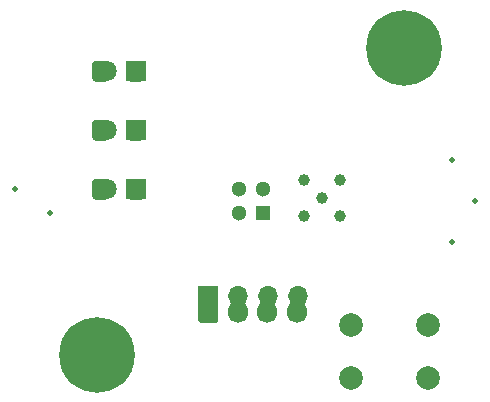
<source format=gbr>
%TF.GenerationSoftware,KiCad,Pcbnew,(5.1.9-0-10_14)*%
%TF.CreationDate,2021-04-13T18:23:37+01:00*%
%TF.ProjectId,PN532,504e3533-322e-46b6-9963-61645f706362,rev?*%
%TF.SameCoordinates,Original*%
%TF.FileFunction,Soldermask,Bot*%
%TF.FilePolarity,Negative*%
%FSLAX46Y46*%
G04 Gerber Fmt 4.6, Leading zero omitted, Abs format (unit mm)*
G04 Created by KiCad (PCBNEW (5.1.9-0-10_14)) date 2021-04-13 18:23:37*
%MOMM*%
%LPD*%
G01*
G04 APERTURE LIST*
%ADD10C,0.500000*%
%ADD11C,0.800000*%
%ADD12C,6.400000*%
%ADD13C,1.800000*%
%ADD14R,1.800000X1.800000*%
%ADD15C,2.000000*%
%ADD16C,1.000000*%
%ADD17C,1.300000*%
%ADD18R,1.300000X1.300000*%
%ADD19O,1.700000X1.850000*%
%ADD20O,1.700000X1.700000*%
%ADD21R,1.700000X1.700000*%
G04 APERTURE END LIST*
D10*
%TO.C,A1*%
X101000000Y-78000000D03*
X104000000Y-80000000D03*
X138000000Y-75500000D03*
X138000000Y-82500000D03*
X140000000Y-79000000D03*
%TD*%
D11*
%TO.C,H2*%
X109697056Y-90302944D03*
X108000000Y-89600000D03*
X106302944Y-90302944D03*
X105600000Y-92000000D03*
X106302944Y-93697056D03*
X108000000Y-94400000D03*
X109697056Y-93697056D03*
X110400000Y-92000000D03*
D12*
X108000000Y-92000000D03*
%TD*%
D11*
%TO.C,H1*%
X135697056Y-64302944D03*
X134000000Y-63600000D03*
X132302944Y-64302944D03*
X131600000Y-66000000D03*
X132302944Y-67697056D03*
X134000000Y-68400000D03*
X135697056Y-67697056D03*
X136400000Y-66000000D03*
D12*
X134000000Y-66000000D03*
%TD*%
%TO.C,D3*%
G36*
G01*
X108995000Y-77374374D02*
X108995000Y-78625626D01*
G75*
G02*
X108745626Y-78875000I-249374J0D01*
G01*
X107819374Y-78875000D01*
G75*
G02*
X107570000Y-78625626I0J249374D01*
G01*
X107570000Y-77374374D01*
G75*
G02*
X107819374Y-77125000I249374J0D01*
G01*
X108745626Y-77125000D01*
G75*
G02*
X108995000Y-77374374I0J-249374D01*
G01*
G37*
G36*
G01*
X111970000Y-77374374D02*
X111970000Y-78625626D01*
G75*
G02*
X111720626Y-78875000I-249374J0D01*
G01*
X110794374Y-78875000D01*
G75*
G02*
X110545000Y-78625626I0J249374D01*
G01*
X110545000Y-77374374D01*
G75*
G02*
X110794374Y-77125000I249374J0D01*
G01*
X111720626Y-77125000D01*
G75*
G02*
X111970000Y-77374374I0J-249374D01*
G01*
G37*
D13*
X108730000Y-78000000D03*
D14*
X111270000Y-78000000D03*
%TD*%
%TO.C,D2*%
G36*
G01*
X108995000Y-72374374D02*
X108995000Y-73625626D01*
G75*
G02*
X108745626Y-73875000I-249374J0D01*
G01*
X107819374Y-73875000D01*
G75*
G02*
X107570000Y-73625626I0J249374D01*
G01*
X107570000Y-72374374D01*
G75*
G02*
X107819374Y-72125000I249374J0D01*
G01*
X108745626Y-72125000D01*
G75*
G02*
X108995000Y-72374374I0J-249374D01*
G01*
G37*
G36*
G01*
X111970000Y-72374374D02*
X111970000Y-73625626D01*
G75*
G02*
X111720626Y-73875000I-249374J0D01*
G01*
X110794374Y-73875000D01*
G75*
G02*
X110545000Y-73625626I0J249374D01*
G01*
X110545000Y-72374374D01*
G75*
G02*
X110794374Y-72125000I249374J0D01*
G01*
X111720626Y-72125000D01*
G75*
G02*
X111970000Y-72374374I0J-249374D01*
G01*
G37*
D13*
X108730000Y-73000000D03*
D14*
X111270000Y-73000000D03*
%TD*%
%TO.C,D1*%
G36*
G01*
X108995000Y-67374374D02*
X108995000Y-68625626D01*
G75*
G02*
X108745626Y-68875000I-249374J0D01*
G01*
X107819374Y-68875000D01*
G75*
G02*
X107570000Y-68625626I0J249374D01*
G01*
X107570000Y-67374374D01*
G75*
G02*
X107819374Y-67125000I249374J0D01*
G01*
X108745626Y-67125000D01*
G75*
G02*
X108995000Y-67374374I0J-249374D01*
G01*
G37*
G36*
G01*
X111970000Y-67374374D02*
X111970000Y-68625626D01*
G75*
G02*
X111720626Y-68875000I-249374J0D01*
G01*
X110794374Y-68875000D01*
G75*
G02*
X110545000Y-68625626I0J249374D01*
G01*
X110545000Y-67374374D01*
G75*
G02*
X110794374Y-67125000I249374J0D01*
G01*
X111720626Y-67125000D01*
G75*
G02*
X111970000Y-67374374I0J-249374D01*
G01*
G37*
D13*
X108730000Y-68000000D03*
D14*
X111270000Y-68000000D03*
%TD*%
D15*
%TO.C,SW1*%
X129500000Y-94000000D03*
X129500000Y-89500000D03*
X136000000Y-94000000D03*
X136000000Y-89500000D03*
%TD*%
D16*
%TO.C,U1*%
X127025000Y-78725000D03*
X128525000Y-77225000D03*
X125525000Y-77225000D03*
X125525000Y-80225000D03*
X128525000Y-80225000D03*
%TD*%
D17*
%TO.C,J3*%
X120000000Y-78000000D03*
X122000000Y-78000000D03*
X120000000Y-80000000D03*
D18*
X122000000Y-80000000D03*
%TD*%
D19*
%TO.C,J2*%
X124900000Y-88400000D03*
X122400000Y-88400000D03*
X119900000Y-88400000D03*
G36*
G01*
X116550000Y-89075000D02*
X116550000Y-87725000D01*
G75*
G02*
X116800000Y-87475000I250000J0D01*
G01*
X118000000Y-87475000D01*
G75*
G02*
X118250000Y-87725000I0J-250000D01*
G01*
X118250000Y-89075000D01*
G75*
G02*
X118000000Y-89325000I-250000J0D01*
G01*
X116800000Y-89325000D01*
G75*
G02*
X116550000Y-89075000I0J250000D01*
G01*
G37*
%TD*%
D20*
%TO.C,J1*%
X125020000Y-87000000D03*
X122480000Y-87000000D03*
X119940000Y-87000000D03*
D21*
X117400000Y-87000000D03*
%TD*%
M02*

</source>
